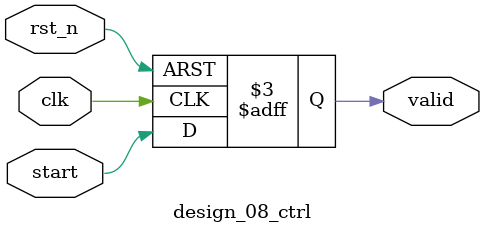
<source format=v>
module design_08_ctrl(
  input  clk,
  input  rst_n,
  input  start,
  output reg valid
);
  reg start_q;
  always @(posedge clk or negedge rst_n) begin
    if (!rst_n) begin
      valid <= 1'b0;
      start_q <= 1'b0;
    end else begin
      start_q <= start;
      valid <= start;
    end
  end
endmodule

</source>
